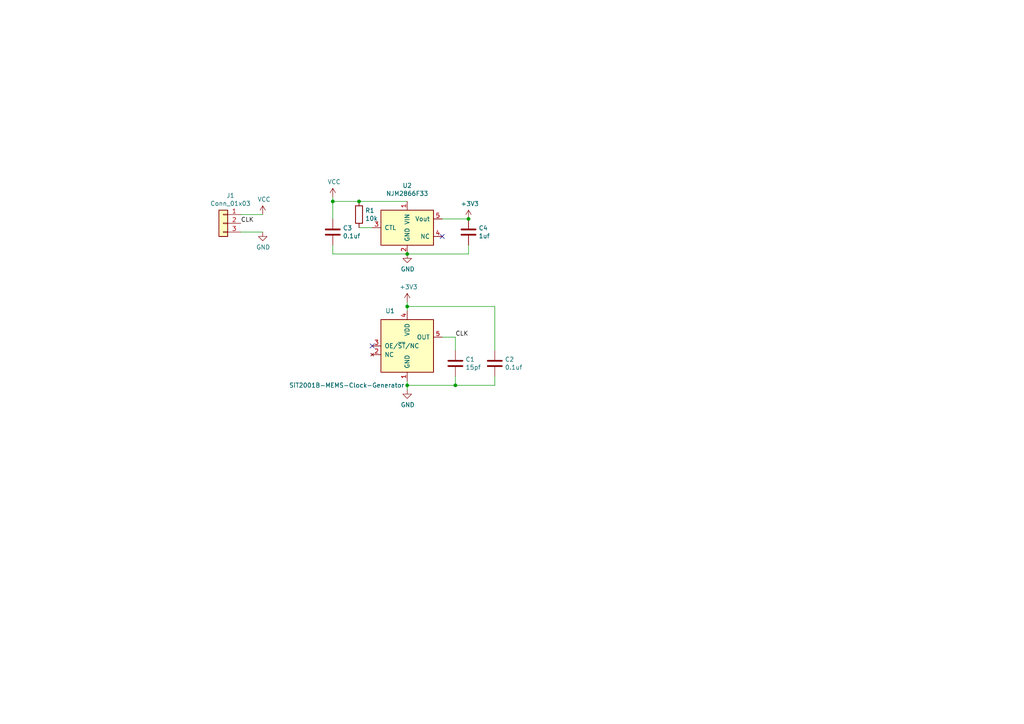
<source format=kicad_sch>
(kicad_sch (version 20230121) (generator eeschema)
  (paper "A4")
  (lib_symbols
    (symbol "Connector_Generic:Conn_01x03" (pin_names (offset 1.016) hide)
      (property "Reference" "J" (at 0 5.08 0))
      (property "Value" "Conn_01x03" (at 0 -5.08 0))
      (symbol "Conn_01x03_1_1"
        (rectangle (start -1.27 -2.413) (end 0 -2.667) (stroke (width 0.1524)))
        (rectangle (start -1.27 0.127) (end 0 -0.127) (stroke (width 0.1524)))
        (rectangle (start -1.27 2.667) (end 0 2.413) (stroke (width 0.1524)))
        (rectangle (start -1.27 3.81) (end 1.27 -3.81) (stroke (width 0.254)) (fill (type background)))
        (pin passive line (at -5.08 2.54 0) (length 3.81) (name "Pin_1") (number "1"))
        (pin passive line (at -5.08 0 0) (length 3.81) (name "Pin_2") (number "2"))
        (pin passive line (at -5.08 -2.54 0) (length 3.81) (name "Pin_3") (number "3"))
      )
    )
    (symbol "Device:C" (pin_numbers hide) (pin_names (offset 0.254))
      (property "Reference" "C" (at 0.635 2.54 0))
      (property "Value" "C" (at 0.635 -2.54 0))
      (symbol "C_0_1"
        (polyline (pts (xy -2.032 -0.762) (xy 2.032 -0.762)) (stroke (width 0.508)))
        (polyline (pts (xy -2.032 0.762) (xy 2.032 0.762)) (stroke (width 0.508)))
      )
      (symbol "C_1_1"
        (pin passive line (at 0 3.81 270) (length 2.794) (name "~") (number "1"))
        (pin passive line (at 0 -3.81 90) (length 2.794) (name "~") (number "2"))
      )
    )
    (symbol "Device:R" (pin_numbers hide) (pin_names (offset 0))
      (property "Reference" "R" (at 2.032 0 90))
      (property "Value" "R" (at 0 0 90))
      (symbol "R_0_1"
        (rectangle (start -1.016 -2.54) (end 1.016 2.54) (stroke (width 0.254)))
      )
      (symbol "R_1_1"
        (pin passive line (at 0 3.81 270) (length 1.27) (name "~") (number "1"))
        (pin passive line (at 0 -3.81 90) (length 1.27) (name "~") (number "2"))
      )
    )
    (symbol "SIT2001B-breakout-rescue:NJM2866F33-my-kicad-symbols" (pin_names (offset 1.016))
      (property "Reference" "U" (at 2.54 -6.35 0))
      (property "Value" "my-kicad-symbols_NJM2866F33" (at 8.89 6.35 0))
      (symbol "NJM2866F33-my-kicad-symbols_0_1"
        (rectangle (start -7.62 5.08) (end 7.62 -5.08) (stroke (width 0.254)) (fill (type background)))
      )
      (symbol "NJM2866F33-my-kicad-symbols_1_1"
        (pin power_in line (at 0 7.62 270) (length 2.54) (name "VIN") (number "1"))
        (pin power_in line (at 0 -7.62 90) (length 2.54) (name "GND") (number "2"))
        (pin input line (at -10.16 0 0) (length 2.54) (name "CTL") (number "3"))
        (pin input line (at 10.16 -2.54 180) (length 2.54) (name "NC") (number "4"))
        (pin input line (at 10.16 2.54 180) (length 2.54) (name "Vout") (number "5"))
      )
    )
    (symbol "SIT2001B-breakout-rescue:SiT2001B-MEMS-Clock-Generator-my-kicad-symbols" (pin_names (offset 1.016))
      (property "Reference" "U" (at 15.24 7.62 0))
      (property "Value" "my-kicad-symbols_SiT2001B-MEMS-Clock-Generator" (at 19.05 10.16 0))
      (symbol "SiT2001B-MEMS-Clock-Generator-my-kicad-symbols_0_1"
        (rectangle (start -7.62 7.62) (end 7.62 -7.62) (stroke (width 0.254)) (fill (type background)))
      )
      (symbol "SiT2001B-MEMS-Clock-Generator-my-kicad-symbols_1_1"
        (pin power_in line (at 0 -10.16 90) (length 2.54) (name "GND") (number "1"))
        (pin no_connect line (at -10.16 -2.54 0) (length 2.54) (name "NC") (number "2"))
        (pin passive line (at -10.16 0 0) (length 2.54) (name "OE/~{ST}/NC") (number "3"))
        (pin power_in line (at 0 10.16 270) (length 2.54) (name "VDD") (number "4"))
        (pin output line (at 10.16 2.54 180) (length 2.54) (name "OUT") (number "5"))
      )
    )
    (symbol "power:+3V3" (power) (pin_names (offset 0))
      (property "Value" "+3V3" (at 0 3.556 0))
      (symbol "+3V3_0_1"
        (polyline (pts (xy -0.762 1.27) (xy 0 2.54)))
        (polyline (pts (xy 0 0) (xy 0 2.54)))
        (polyline (pts (xy 0 2.54) (xy 0.762 1.27)))
      )
      (symbol "+3V3_1_1"
        (pin power_in line (at 0 0 90) (length 0) hide (name "+3V3") (number "1"))
      )
    )
    (symbol "power:GND" (power) (pin_names (offset 0))
      (property "Value" "GND" (at 0 -3.81 0))
      (symbol "GND_0_1"
        (polyline (pts (xy 0 0) (xy 0 -1.27) (xy 1.27 -1.27) (xy 0 -2.54) (xy -1.27 -1.27) (xy 0 -1.27)))
      )
      (symbol "GND_1_1"
        (pin power_in line (at 0 0 270) (length 0) hide (name "GND") (number "1"))
      )
    )
    (symbol "power:VCC" (power) (pin_names (offset 0))
      (property "Value" "VCC" (at 0 3.81 0))
      (symbol "VCC_0_1"
        (polyline (pts (xy -0.762 1.27) (xy 0 2.54)))
        (polyline (pts (xy 0 0) (xy 0 2.54)))
        (polyline (pts (xy 0 2.54) (xy 0.762 1.27)))
      )
      (symbol "VCC_1_1"
        (pin power_in line (at 0 0 90) (length 0) hide (name "VCC") (number "1"))
      )
    )
  )
  (junction (at 104.14 58.42))
  (junction (at 118.11 73.66))
  (junction (at 132.08 111.76))
  (junction (at 96.52 58.42))
  (junction (at 135.89 63.5))
  (junction (at 118.11 88.9))
  (junction (at 118.11 111.76))
  (no_connect (at 107.95 100.33))
  (no_connect (at 128.27 68.58))
  (wire (pts (xy 143.51 111.76) (xy 132.08 111.76)))
  (wire (pts (xy 143.51 109.22) (xy 143.51 111.76)))
  (wire (pts (xy 96.52 58.42) (xy 96.52 57.15)))
  (wire (pts (xy 104.14 58.42) (xy 96.52 58.42)))
  (wire (pts (xy 132.08 97.79) (xy 128.27 97.79)))
  (wire (pts (xy 132.08 111.76) (xy 132.08 109.22)))
  (wire (pts (xy 76.2 62.23) (xy 69.85 62.23)))
  (wire (pts (xy 118.11 113.03) (xy 118.11 111.76)))
  (wire (pts (xy 69.85 67.31) (xy 76.2 67.31)))
  (wire (pts (xy 104.14 66.04) (xy 107.95 66.04)))
  (wire (pts (xy 132.08 101.6) (xy 132.08 97.79)))
  (wire (pts (xy 96.52 71.12) (xy 96.52 73.66)))
  (wire (pts (xy 118.11 58.42) (xy 104.14 58.42)))
  (wire (pts (xy 118.11 111.76) (xy 118.11 110.49)))
  (wire (pts (xy 96.52 73.66) (xy 118.11 73.66)))
  (wire (pts (xy 135.89 73.66) (xy 135.89 71.12)))
  (wire (pts (xy 118.11 87.63) (xy 118.11 88.9)))
  (wire (pts (xy 118.11 88.9) (xy 118.11 90.17)))
  (wire (pts (xy 96.52 58.42) (xy 96.52 63.5)))
  (wire (pts (xy 143.51 88.9) (xy 143.51 101.6)))
  (wire (pts (xy 118.11 73.66) (xy 135.89 73.66)))
  (wire (pts (xy 135.89 63.5) (xy 128.27 63.5)))
  (wire (pts (xy 118.11 111.76) (xy 132.08 111.76)))
  (wire (pts (xy 118.11 88.9) (xy 143.51 88.9)))
  (label "CLK" (at 132.08 97.79 0))
  (label "CLK" (at 69.85 64.77 0))
  (symbol (lib_id "SIT2001B-breakout-rescue:SiT2001B-MEMS-Clock-Generator-my-kicad-symbols") (at 118.11 100.33 0) (unit 1)
    (property "Reference" "U1" (at 111.76 90.17 0) (effects (justify left)))
    (property "Value" "SiT2001B-MEMS-Clock-Generator" (at 83.82 111.76 0) (effects (justify left)))
    (property "Footprint" "Package_TO_SOT_SMD:SOT-23-5" (effects hide))
  )
  (symbol (lib_id "Device:C") (at 143.51 105.41 0) (unit 1)
    (property "Reference" "C2" (at 146.431 104.2416 0) (effects (justify left)))
    (property "Value" "0.1uf" (at 146.431 106.553 0) (effects (justify left)))
    (property "Footprint" "Capacitor_SMD:C_0603_1608Metric" (effects hide))
  )
  (symbol (lib_id "Device:C") (at 132.08 105.41 0) (unit 1)
    (property "Reference" "C1" (at 135.001 104.2416 0) (effects (justify left)))
    (property "Value" "15pf" (at 135.001 106.553 0) (effects (justify left)))
    (property "Footprint" "Capacitor_SMD:C_0603_1608Metric" (effects hide))
  )
  (symbol (lib_id "Connector_Generic:Conn_01x03") (at 64.77 64.77 0) (mirror y) (unit 1)
    (property "Reference" "J1" (at 66.8528 56.7182 0))
    (property "Value" "Conn_01x03" (at 66.8528 59.0296 0))
    (property "Footprint" "my-kicad-footprints:Pin_1x03_P2.54mm_nosilk" (effects hide))
  )
  (symbol (lib_id "power:GND") (at 118.11 113.03 0) (unit 1)
    (property "Reference" "#PWR0101" (effects hide))
    (property "Value" "GND" (at 118.237 117.4242 0))
  )
  (symbol (lib_id "power:GND") (at 76.2 67.31 0) (unit 1)
    (property "Reference" "#PWR0102" (effects hide))
    (property "Value" "GND" (at 76.327 71.7042 0))
  )
  (symbol (lib_id "power:+3V3") (at 135.89 63.5 0) (unit 1)
    (property "Reference" "#PWR0103" (effects hide))
    (property "Value" "+3V3" (at 136.271 59.1058 0))
  )
  (symbol (lib_id "power:+3V3") (at 118.11 87.63 0) (unit 1)
    (property "Reference" "#PWR0104" (effects hide))
    (property "Value" "+3V3" (at 118.491 83.2358 0))
  )
  (symbol (lib_id "SIT2001B-breakout-rescue:NJM2866F33-my-kicad-symbols") (at 118.11 66.04 0) (unit 1)
    (property "Reference" "U2" (at 118.11 53.8226 0))
    (property "Value" "NJM2866F33" (at 118.11 56.134 0))
    (property "Footprint" "Package_TO_SOT_SMD:SOT-23-5" (effects hide))
  )
  (symbol (lib_id "Device:C") (at 96.52 67.31 0) (unit 1)
    (property "Reference" "C3" (at 99.441 66.1416 0) (effects (justify left)))
    (property "Value" "0.1uf" (at 99.441 68.453 0) (effects (justify left)))
    (property "Footprint" "Capacitor_SMD:C_0603_1608Metric" (effects hide))
  )
  (symbol (lib_id "power:VCC") (at 96.52 57.15 0) (unit 1)
    (property "Reference" "#PWR0105" (effects hide))
    (property "Value" "VCC" (at 96.901 52.7558 0))
  )
  (symbol (lib_id "Device:R") (at 104.14 62.23 0) (unit 1)
    (property "Reference" "R1" (at 105.918 61.0616 0) (effects (justify left)))
    (property "Value" "10k" (at 105.918 63.373 0) (effects (justify left)))
    (property "Footprint" "Resistor_SMD:R_0603_1608Metric" (effects hide))
  )
  (symbol (lib_id "power:GND") (at 118.11 73.66 0) (unit 1)
    (property "Reference" "#PWR0106" (effects hide))
    (property "Value" "GND" (at 118.237 78.0542 0))
  )
  (symbol (lib_id "Device:C") (at 135.89 67.31 0) (unit 1)
    (property "Reference" "C4" (at 138.811 66.1416 0) (effects (justify left)))
    (property "Value" "1uf" (at 138.811 68.453 0) (effects (justify left)))
    (property "Footprint" "Capacitor_SMD:C_0603_1608Metric" (effects hide))
  )
  (symbol (lib_id "power:VCC") (at 76.2 62.23 0) (unit 1)
    (property "Reference" "#PWR0107" (effects hide))
    (property "Value" "VCC" (at 76.581 57.8358 0))
  )
)
</source>
